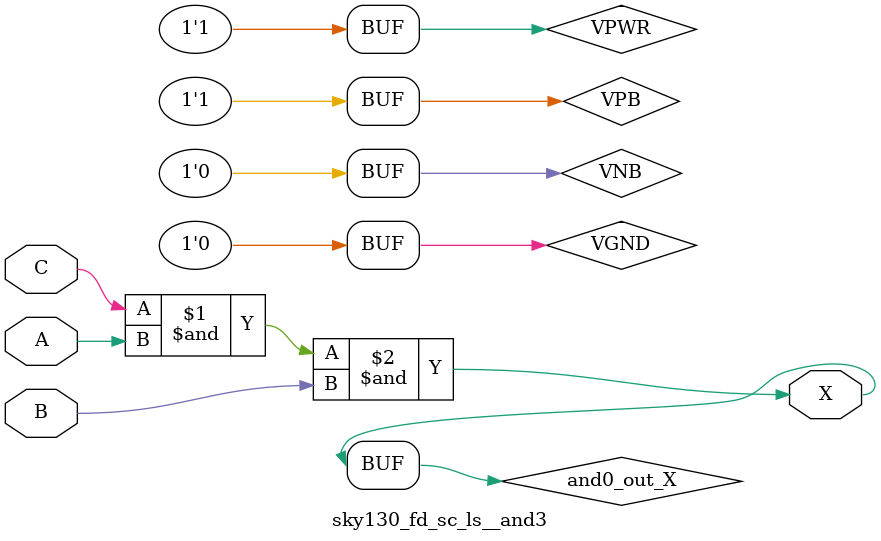
<source format=v>
/*
 * Copyright 2020 The SkyWater PDK Authors
 *
 * Licensed under the Apache License, Version 2.0 (the "License");
 * you may not use this file except in compliance with the License.
 * You may obtain a copy of the License at
 *
 *     https://www.apache.org/licenses/LICENSE-2.0
 *
 * Unless required by applicable law or agreed to in writing, software
 * distributed under the License is distributed on an "AS IS" BASIS,
 * WITHOUT WARRANTIES OR CONDITIONS OF ANY KIND, either express or implied.
 * See the License for the specific language governing permissions and
 * limitations under the License.
 *
 * SPDX-License-Identifier: Apache-2.0
*/


`ifndef SKY130_FD_SC_LS__AND3_BEHAVIORAL_V
`define SKY130_FD_SC_LS__AND3_BEHAVIORAL_V

/**
 * and3: 3-input AND.
 *
 * Verilog simulation functional model.
 */

`timescale 1ns / 1ps
`default_nettype none

`celldefine
module sky130_fd_sc_ls__and3 (
    X,
    A,
    B,
    C
);

    // Module ports
    output X;
    input  A;
    input  B;
    input  C;

    // Module supplies
    supply1 VPWR;
    supply0 VGND;
    supply1 VPB ;
    supply0 VNB ;

    // Local signals
    wire and0_out_X;

    //  Name  Output      Other arguments
    and and0 (and0_out_X, C, A, B        );
    buf buf0 (X         , and0_out_X     );

endmodule
`endcelldefine

`default_nettype wire
`endif  // SKY130_FD_SC_LS__AND3_BEHAVIORAL_V
</source>
